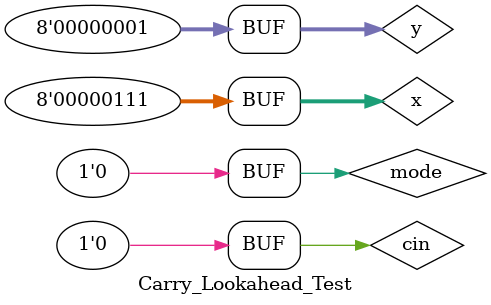
<source format=v>
`timescale 1ns / 1ps


module Carry_Lookahead_Test;
    
    reg [7:0] x;
    reg [7:0] y;
    reg mode;
    reg cin;
    wire [7:0] sum;
    wire cout;
    
    Carry_Lookahead_8bit CLA(
    
        .x(x),
        .y(y),
        .mode(mode),
        .cin(cin),
        .sum(sum),
        .cout(cout)
    );
    
    initial
    begin
        x<= 8'b01111111;
        y<= 8'b00000001;
        mode<= 0;
        cin<= 0;
        #100
        x<= 8'b00000111;
        y<= 8'b00000001;
        mode<= 0;
        cin<= 0;
        
    end
  
endmodule

</source>
